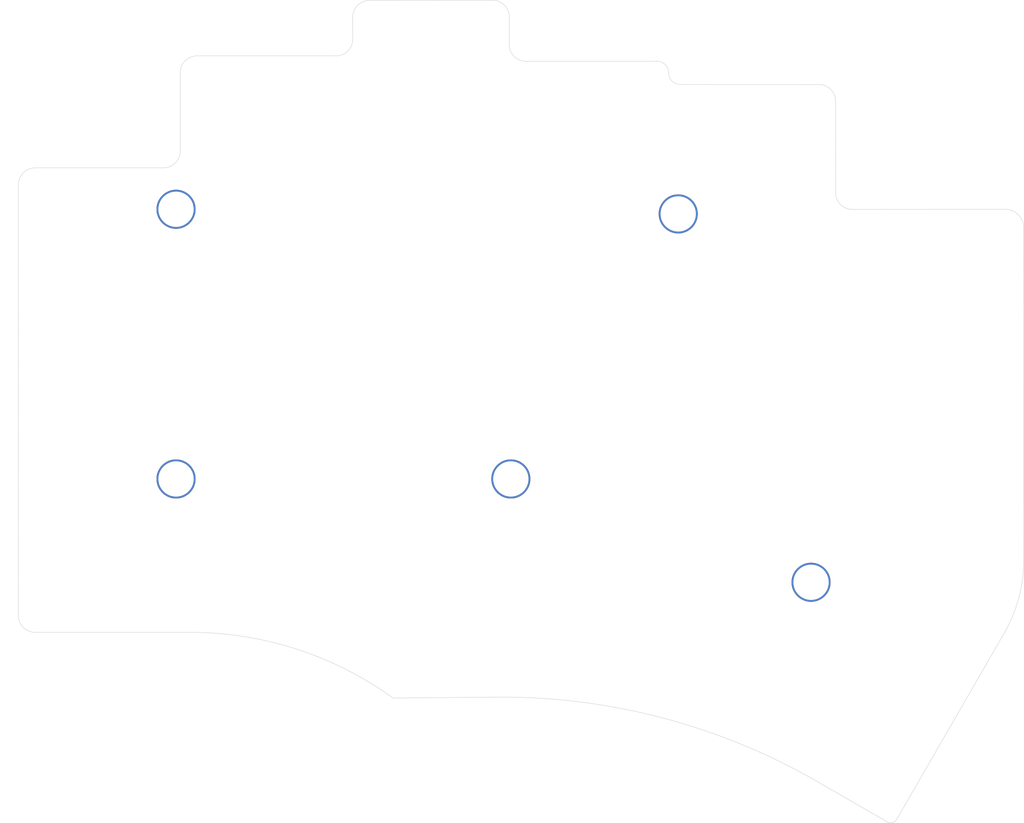
<source format=kicad_pcb>
(kicad_pcb (version 20221018) (generator pcbnew)
  (title_block (title "Arkenswoop") (date "2023-06-03") (rev "0.4.3") (company "lexplt"))
  (layers (0 "F.Cu" signal) (31 "B.Cu" signal) (34 "B.Paste" user) (35 "F.Paste" user) (36 "B.SilkS" user "B.Silkscreen") (37 "F.SilkS" user "F.Silkscreen") (38 "B.Mask" user) (39 "F.Mask" user) (44 "Edge.Cuts" user))
  (net 0 "")
  (footprint "swoop:M2_hole_4.2mm" (layer "F.Cu") (at 134.228545 84.239474)
    (fp_text reference "H3" hide)
    (fp_text value "M2 Hole" hide)
    (pad "" thru_hole circle (at 0 0) (size 4.2 4.2) (drill 3.8) (layers "*.Cu" "*.Mask"))
  )
  (footprint "swoop:M2_hole_4.2mm" (layer "F.Cu") (at 80.229545 83.739972)
    (fp_text reference "H1" hide)
    (fp_text value "M2 Hole" hide)
    (pad "" thru_hole circle (at 0 0) (size 4.2 4.2) (drill 3.8) (layers "*.Cu" "*.Mask"))
  )
  (footprint "swoop:M2_hole_4.2mm" (layer "F.Cu") (at 80.229546 112.73997)
    (fp_text reference "H2" hide)
    (fp_text value "M2 Hole" hide)
    (pad "" thru_hole circle (at 0 0) (size 4.2 4.2) (drill 3.8) (layers "*.Cu" "*.Mask"))
  )
  (footprint "swoop:M2_hole_4.2mm" (layer "F.Cu") (at 116.229546 112.739469)
    (fp_text reference "H4" hide)
    (fp_text value "M2 Hole" hide)
    (pad "" thru_hole circle (at 0 0) (size 4.2 4.2) (drill 3.8) (layers "*.Cu" "*.Mask"))
  )
  (footprint "swoop:M2_hole_4.2mm" (layer "F.Cu") (at 148.510701 123.849903)
    (fp_text reference "H4" hide)
    (fp_text value "M2 Hole" hide)
    (pad "" thru_hole circle (at 0 0) (size 4.2 4.2) (drill 3.8) (layers "*.Cu" "*.Mask"))
  )
  (gr_line (start 63.279167 81.04401) (end 63.269824 127.424999) (stroke (width 0.05)) (layer "Edge.Cuts"))
  (gr_line (start 151.154912 81.864669) (end 151.15 72.125) (stroke (width 0.05)) (layer "Edge.Cuts"))
  (gr_line (start 171.374989 85.740125) (end 171.385883 121.456747) (stroke (width 0.05)) (layer "Edge.Cuts"))
  (gr_arc (start 169.375 83.739983) (mid 170.789221 84.325861) (end 171.374989 85.740125) (stroke (width 0.05)) (layer "Edge.Cuts"))
  (gr_line (start 131.95 67.825) (end 117.8 67.825) (stroke (width 0.05)) (layer "Edge.Cuts"))
  (gr_line (start 116.054889 63.057298) (end 116.054889 66.030865) (stroke (width 0.05)) (layer "Edge.Cuts"))
  (gr_line (start 114.309778 61.263163) (end 101.025 61.275) (stroke (width 0.05)) (layer "Edge.Cuts"))
  (gr_arc (start 131.95 67.825) (mid 132.833883 68.191117) (end 133.2 69.075) (stroke (width 0.05)) (layer "Edge.Cuts"))
  (gr_arc (start 134.45 70.325) (mid 133.566117 69.958883) (end 133.2 69.075) (stroke (width 0.05)) (layer "Edge.Cuts"))
  (gr_line (start 80.677686 69.000074) (end 80.673519 77.531064) (stroke (width 0.05)) (layer "Edge.Cuts"))
  (gr_arc (start 99.230865 63.020111) (mid 99.773567 61.783235) (end 101.025 61.275) (stroke (width 0.05)) (layer "Edge.Cuts"))
  (gr_line (start 115.235769 136.194832) (end 103.554156 136.29463) (stroke (width 0.05)) (layer "Edge.Cuts"))
  (gr_line (start 78.875 79.288834) (end 65.083651 79.288834) (stroke (width 0.05)) (layer "Edge.Cuts"))
  (gr_line (start 82.09686 129.229483) (end 65.025 129.229483) (stroke (width 0.05)) (layer "Edge.Cuts"))
  (gr_line (start 156.698895 149.616311) (end 149.229607 145.303912) (stroke (width 0.05)) (layer "Edge.Cuts"))
  (gr_arc (start 114.309778 61.263163) (mid 115.546654 61.805865) (end 116.054889 63.057298) (stroke (width 0.05)) (layer "Edge.Cuts"))
  (gr_arc (start 149.404889 70.330865) (mid 150.641765 70.873567) (end 151.15 72.125) (stroke (width 0.05)) (layer "Edge.Cuts"))
  (gr_arc (start 171.385883 121.456747) (mid 170.8492 125.533904) (end 169.275507 129.333211) (stroke (width 0.05)) (layer "Edge.Cuts"))
  (gr_line (start 149.404889 70.330865) (end 134.45 70.325) (stroke (width 0.05)) (layer "Edge.Cuts"))
  (gr_arc (start 80.673519 77.531064) (mid 80.129971 78.773906) (end 78.875 79.288833) (stroke (width 0.05)) (layer "Edge.Cuts"))
  (gr_arc (start 115.235769 136.194832) (mid 132.832334 138.511576) (end 149.229607 145.303912) (stroke (width 0.05)) (layer "Edge.Cuts"))
  (gr_arc (start 157.723414 149.341792) (mid 157.268009 149.691235) (end 156.698895 149.616311) (stroke (width 0.05)) (layer "Edge.Cuts"))
  (gr_arc (start 63.279167 81.04401) (mid 63.825 79.8) (end 65.083651 79.288834) (stroke (width 0.05)) (layer "Edge.Cuts"))
  (gr_arc (start 99.235484 65.499713) (mid 98.692782 66.736589) (end 97.441349 67.244824) (stroke (width 0.05)) (layer "Edge.Cuts"))
  (gr_line (start 99.230865 63.020111) (end 99.235484 65.499713) (stroke (width 0.05)) (layer "Edge.Cuts"))
  (gr_line (start 157.723414 149.341792) (end 169.275507 129.333211) (stroke (width 0.05)) (layer "Edge.Cuts"))
  (gr_arc (start 117.8 67.825) (mid 116.563124 67.282298) (end 116.054889 66.030865) (stroke (width 0.05)) (layer "Edge.Cuts"))
  (gr_line (start 97.441349 67.244824) (end 82.48217 67.244898) (stroke (width 0.05)) (layer "Edge.Cuts"))
  (gr_arc (start 152.891941 83.751855) (mid 151.625 83.175) (end 151.154912 81.864669) (stroke (width 0.05)) (layer "Edge.Cuts"))
  (gr_arc (start 65.025 129.229483) (mid 63.780991 128.68365) (end 63.269824 127.424999) (stroke (width 0.05)) (layer "Edge.Cuts"))
  (gr_line (start 152.891941 83.751855) (end 169.375 83.739983) (stroke (width 0.05)) (layer "Edge.Cuts"))
  (gr_arc (start 82.09686 129.229483) (mid 93.37405 131.096101) (end 103.554156 136.29463) (stroke (width 0.05)) (layer "Edge.Cuts"))
  (gr_arc (start 80.677686 69.000074) (mid 81.223519 67.756064) (end 82.48217 67.244898) (stroke (width 0.05)) (layer "Edge.Cuts"))
)
</source>
